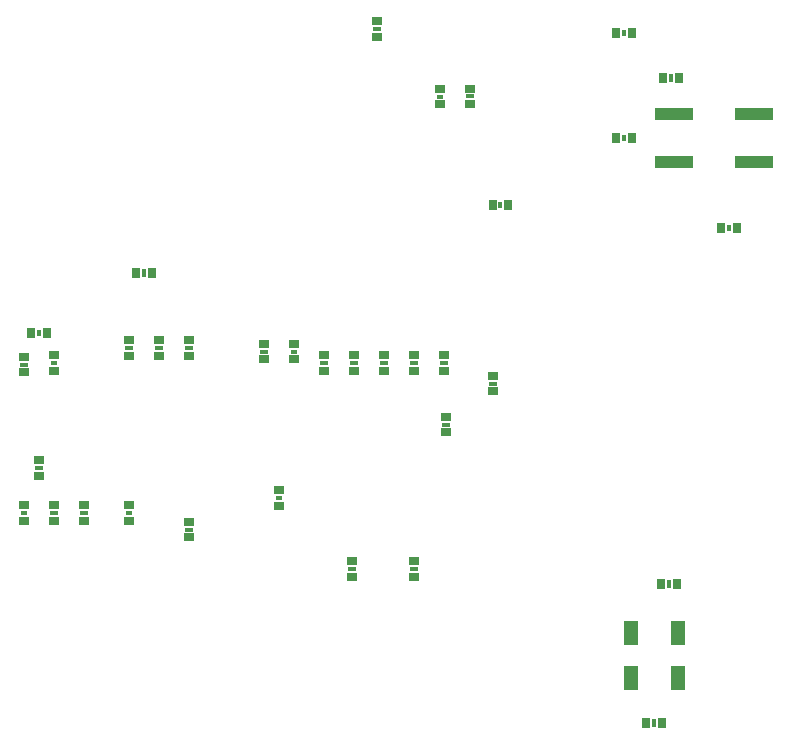
<source format=gbp>
G75*
%MOIN*%
%OFA0B0*%
%FSLAX24Y24*%
%IPPOS*%
%LPD*%
%AMOC8*
5,1,8,0,0,1.08239X$1,22.5*
%
%ADD10R,0.0354X0.0276*%
%ADD11R,0.0315X0.0157*%
%ADD12R,0.0276X0.0354*%
%ADD13R,0.0157X0.0315*%
%ADD14R,0.0236X0.0157*%
%ADD15R,0.0157X0.0236*%
%ADD16R,0.1260X0.0394*%
%ADD17R,0.0500X0.0827*%
D10*
X006160Y008007D03*
X006160Y008518D03*
X004160Y008569D03*
X004160Y009081D03*
X002660Y009081D03*
X002660Y008569D03*
X001660Y008569D03*
X001660Y009081D03*
X000660Y009081D03*
X000660Y008569D03*
X001160Y010069D03*
X001160Y010581D03*
X000660Y013507D03*
X000660Y014018D03*
X001660Y014081D03*
X001660Y013569D03*
X004160Y014069D03*
X004160Y014581D03*
X005160Y014581D03*
X005160Y014069D03*
X006160Y014069D03*
X006160Y014581D03*
X008660Y014456D03*
X008660Y013944D03*
X009660Y013944D03*
X009660Y014456D03*
X010660Y014081D03*
X010660Y013569D03*
X011660Y013569D03*
X011660Y014081D03*
X012660Y014081D03*
X012660Y013569D03*
X013660Y013569D03*
X013660Y014081D03*
X014660Y014081D03*
X014660Y013569D03*
X014723Y012018D03*
X014723Y011507D03*
X016285Y012882D03*
X016285Y013393D03*
X013660Y007206D03*
X013660Y006694D03*
X011598Y006694D03*
X011598Y007206D03*
X009160Y009069D03*
X009160Y009581D03*
X014535Y022444D03*
X014535Y022956D03*
X015535Y022962D03*
X015535Y022450D03*
X012410Y024694D03*
X012410Y025206D03*
D11*
X012410Y024950D03*
X015535Y022706D03*
X008660Y014200D03*
X010660Y013825D03*
X011660Y013825D03*
X012660Y013825D03*
X013660Y013825D03*
X014660Y013825D03*
X016285Y013138D03*
X014723Y011763D03*
X013660Y006950D03*
X011598Y006950D03*
X006160Y008263D03*
X002660Y008825D03*
X001660Y008825D03*
X001160Y010325D03*
X000660Y013763D03*
X004160Y014325D03*
X005160Y014325D03*
X006160Y014325D03*
D12*
X004916Y016825D03*
X004404Y016825D03*
X001416Y014825D03*
X000904Y014825D03*
X016279Y019075D03*
X016791Y019075D03*
X020404Y021325D03*
X020916Y021325D03*
X021967Y023325D03*
X022478Y023325D03*
X020916Y024825D03*
X020404Y024825D03*
X023904Y018325D03*
X024416Y018325D03*
X022416Y006450D03*
X021904Y006450D03*
X021916Y001825D03*
X021404Y001825D03*
D13*
X021660Y001825D03*
X022160Y006450D03*
X022223Y023325D03*
X004660Y016825D03*
D14*
X001660Y013825D03*
X000660Y008825D03*
X004160Y008825D03*
X009160Y009325D03*
X009660Y014200D03*
X014535Y022700D03*
D15*
X016535Y019075D03*
X020660Y021325D03*
X024160Y018325D03*
X020660Y024825D03*
X001160Y014825D03*
D16*
X022321Y020538D03*
X022321Y022112D03*
X024999Y022112D03*
X024999Y020538D03*
D17*
X022441Y004825D03*
X022441Y003325D03*
X020879Y003325D03*
X020879Y004825D03*
M02*

</source>
